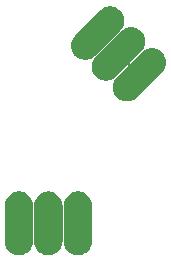
<source format=gbr>
G04 #@! TF.GenerationSoftware,KiCad,Pcbnew,(2017-05-31 revision c0bb8a30c)-makepkg*
G04 #@! TF.CreationDate,2017-07-13T16:12:39-05:00*
G04 #@! TF.ProjectId,45 Neo,3435204E656F2E6B696361645F706362,rev?*
G04 #@! TF.FileFunction,Soldermask,Bot*
G04 #@! TF.FilePolarity,Negative*
%FSLAX46Y46*%
G04 Gerber Fmt 4.6, Leading zero omitted, Abs format (unit mm)*
G04 Created by KiCad (PCBNEW (2017-05-31 revision c0bb8a30c)-makepkg) date 07/13/17 16:12:39*
%MOMM*%
%LPD*%
G01*
G04 APERTURE LIST*
%ADD10C,0.100000*%
%ADD11C,2.400000*%
G04 APERTURE END LIST*
D10*
G36*
X105350210Y9962347D02*
X105466697Y9945067D01*
X105580931Y9916453D01*
X105691809Y9876780D01*
X105798265Y9826431D01*
X105899273Y9765889D01*
X105993861Y9695738D01*
X106081117Y9616653D01*
X106081119Y9616651D01*
X106160204Y9529395D01*
X106230355Y9434807D01*
X106290897Y9333799D01*
X106341246Y9227343D01*
X106380919Y9116465D01*
X106409533Y9002231D01*
X106426813Y8885744D01*
X106432591Y8768123D01*
X106426813Y8650502D01*
X106409533Y8534015D01*
X106380919Y8419781D01*
X106341246Y8308903D01*
X106290897Y8202447D01*
X106230355Y8101439D01*
X106160204Y8006851D01*
X106081119Y7919595D01*
X103959799Y5798275D01*
X103872543Y5719190D01*
X103777955Y5649039D01*
X103676947Y5588497D01*
X103570491Y5538148D01*
X103459613Y5498475D01*
X103345379Y5469861D01*
X103228892Y5452581D01*
X103111271Y5446803D01*
X102993650Y5452581D01*
X102877163Y5469861D01*
X102762929Y5498475D01*
X102652051Y5538148D01*
X102545595Y5588497D01*
X102444587Y5649039D01*
X102349999Y5719190D01*
X102262743Y5798275D01*
X102262741Y5798277D01*
X102183656Y5885533D01*
X102113505Y5980121D01*
X102052963Y6081129D01*
X102002614Y6187585D01*
X101962941Y6298463D01*
X101934327Y6412697D01*
X101917047Y6529184D01*
X101911269Y6646805D01*
X101917047Y6764426D01*
X101934327Y6880913D01*
X101962941Y6995147D01*
X102002614Y7106025D01*
X102052963Y7212481D01*
X102113505Y7313489D01*
X102183656Y7408077D01*
X102262741Y7495333D01*
X104384061Y9616653D01*
X104471317Y9695738D01*
X104565905Y9765889D01*
X104666913Y9826431D01*
X104773369Y9876780D01*
X104884247Y9916453D01*
X104998481Y9945067D01*
X105114968Y9962347D01*
X105232589Y9968125D01*
X105350210Y9962347D01*
X105350210Y9962347D01*
G37*
D11*
X104171930Y7707464D03*
D10*
G36*
X107117977Y8194580D02*
X107234464Y8177300D01*
X107348698Y8148686D01*
X107459576Y8109013D01*
X107566032Y8058664D01*
X107667040Y7998122D01*
X107761628Y7927971D01*
X107848884Y7848886D01*
X107848886Y7848884D01*
X107927971Y7761628D01*
X107998122Y7667040D01*
X108058664Y7566032D01*
X108109013Y7459576D01*
X108148686Y7348698D01*
X108177300Y7234464D01*
X108194580Y7117977D01*
X108200358Y7000356D01*
X108194580Y6882735D01*
X108177300Y6766248D01*
X108148686Y6652014D01*
X108109013Y6541136D01*
X108058664Y6434680D01*
X107998122Y6333672D01*
X107927971Y6239084D01*
X107848886Y6151828D01*
X105727566Y4030508D01*
X105640310Y3951423D01*
X105545722Y3881272D01*
X105444714Y3820730D01*
X105338258Y3770381D01*
X105227380Y3730708D01*
X105113146Y3702094D01*
X104996659Y3684814D01*
X104879038Y3679036D01*
X104761417Y3684814D01*
X104644930Y3702094D01*
X104530696Y3730708D01*
X104419818Y3770381D01*
X104313362Y3820730D01*
X104212354Y3881272D01*
X104117766Y3951423D01*
X104030510Y4030508D01*
X104030508Y4030510D01*
X103951423Y4117766D01*
X103881272Y4212354D01*
X103820730Y4313362D01*
X103770381Y4419818D01*
X103730708Y4530696D01*
X103702094Y4644930D01*
X103684814Y4761417D01*
X103679036Y4879038D01*
X103684814Y4996659D01*
X103702094Y5113146D01*
X103730708Y5227380D01*
X103770381Y5338258D01*
X103820730Y5444714D01*
X103881272Y5545722D01*
X103951423Y5640310D01*
X104030508Y5727566D01*
X106151828Y7848886D01*
X106239084Y7927971D01*
X106333672Y7998122D01*
X106434680Y8058664D01*
X106541136Y8109013D01*
X106652014Y8148686D01*
X106766248Y8177300D01*
X106882735Y8194580D01*
X107000356Y8200358D01*
X107117977Y8194580D01*
X107117977Y8194580D01*
G37*
D11*
X105939697Y5939697D03*
D10*
G36*
X108885744Y6426813D02*
X109002231Y6409533D01*
X109116465Y6380919D01*
X109227343Y6341246D01*
X109333799Y6290897D01*
X109434807Y6230355D01*
X109529395Y6160204D01*
X109616651Y6081119D01*
X109616653Y6081117D01*
X109695738Y5993861D01*
X109765889Y5899273D01*
X109826431Y5798265D01*
X109876780Y5691809D01*
X109916453Y5580931D01*
X109945067Y5466697D01*
X109962347Y5350210D01*
X109968125Y5232589D01*
X109962347Y5114968D01*
X109945067Y4998481D01*
X109916453Y4884247D01*
X109876780Y4773369D01*
X109826431Y4666913D01*
X109765889Y4565905D01*
X109695738Y4471317D01*
X109616653Y4384061D01*
X107495333Y2262741D01*
X107408077Y2183656D01*
X107313489Y2113505D01*
X107212481Y2052963D01*
X107106025Y2002614D01*
X106995147Y1962941D01*
X106880913Y1934327D01*
X106764426Y1917047D01*
X106646805Y1911269D01*
X106529184Y1917047D01*
X106412697Y1934327D01*
X106298463Y1962941D01*
X106187585Y2002614D01*
X106081129Y2052963D01*
X105980121Y2113505D01*
X105885533Y2183656D01*
X105798277Y2262741D01*
X105798275Y2262743D01*
X105719190Y2349999D01*
X105649039Y2444587D01*
X105588497Y2545595D01*
X105538148Y2652051D01*
X105498475Y2762929D01*
X105469861Y2877163D01*
X105452581Y2993650D01*
X105446803Y3111271D01*
X105452581Y3228892D01*
X105469861Y3345379D01*
X105498475Y3459613D01*
X105538148Y3570491D01*
X105588497Y3676947D01*
X105649039Y3777955D01*
X105719190Y3872543D01*
X105798275Y3959799D01*
X107919595Y6081119D01*
X108006851Y6160204D01*
X108101439Y6230355D01*
X108202447Y6290897D01*
X108308903Y6341246D01*
X108419781Y6380919D01*
X108534015Y6409533D01*
X108650502Y6426813D01*
X108768123Y6432591D01*
X108885744Y6426813D01*
X108885744Y6426813D01*
G37*
D11*
X107707464Y4171930D03*
D10*
G36*
X97617622Y-5705778D02*
X97734109Y-5723058D01*
X97848343Y-5751672D01*
X97959221Y-5791345D01*
X98065677Y-5841694D01*
X98166685Y-5902236D01*
X98261273Y-5972387D01*
X98348529Y-6051472D01*
X98427614Y-6138728D01*
X98497765Y-6233316D01*
X98558307Y-6334324D01*
X98608656Y-6440780D01*
X98648329Y-6551658D01*
X98676943Y-6665892D01*
X98694223Y-6782379D01*
X98700001Y-6900000D01*
X98700001Y-9900000D01*
X98694223Y-10017621D01*
X98676943Y-10134108D01*
X98648329Y-10248342D01*
X98608656Y-10359220D01*
X98558307Y-10465676D01*
X98497765Y-10566684D01*
X98427614Y-10661272D01*
X98348529Y-10748528D01*
X98261273Y-10827613D01*
X98166685Y-10897764D01*
X98065677Y-10958306D01*
X97959221Y-11008655D01*
X97848343Y-11048328D01*
X97734109Y-11076942D01*
X97617622Y-11094222D01*
X97500001Y-11100000D01*
X97499999Y-11100000D01*
X97382378Y-11094222D01*
X97265891Y-11076942D01*
X97151657Y-11048328D01*
X97040779Y-11008655D01*
X96934323Y-10958306D01*
X96833315Y-10897764D01*
X96738727Y-10827613D01*
X96651471Y-10748528D01*
X96572386Y-10661272D01*
X96502235Y-10566684D01*
X96441693Y-10465676D01*
X96391344Y-10359220D01*
X96351671Y-10248342D01*
X96323057Y-10134108D01*
X96305777Y-10017621D01*
X96299999Y-9900000D01*
X96299999Y-6900000D01*
X96305777Y-6782379D01*
X96323057Y-6665892D01*
X96351671Y-6551658D01*
X96391344Y-6440780D01*
X96441693Y-6334324D01*
X96502235Y-6233316D01*
X96572386Y-6138728D01*
X96651471Y-6051472D01*
X96738727Y-5972387D01*
X96833315Y-5902236D01*
X96934323Y-5841694D01*
X97040779Y-5791345D01*
X97151657Y-5751672D01*
X97265891Y-5723058D01*
X97382378Y-5705778D01*
X97499999Y-5700000D01*
X97500001Y-5700000D01*
X97617622Y-5705778D01*
X97617622Y-5705778D01*
G37*
D11*
X97500000Y-8400000D03*
D10*
G36*
X100117622Y-5705778D02*
X100234109Y-5723058D01*
X100348343Y-5751672D01*
X100459221Y-5791345D01*
X100565677Y-5841694D01*
X100666685Y-5902236D01*
X100761273Y-5972387D01*
X100848529Y-6051472D01*
X100927614Y-6138728D01*
X100997765Y-6233316D01*
X101058307Y-6334324D01*
X101108656Y-6440780D01*
X101148329Y-6551658D01*
X101176943Y-6665892D01*
X101194223Y-6782379D01*
X101200001Y-6900000D01*
X101200001Y-9900000D01*
X101194223Y-10017621D01*
X101176943Y-10134108D01*
X101148329Y-10248342D01*
X101108656Y-10359220D01*
X101058307Y-10465676D01*
X100997765Y-10566684D01*
X100927614Y-10661272D01*
X100848529Y-10748528D01*
X100761273Y-10827613D01*
X100666685Y-10897764D01*
X100565677Y-10958306D01*
X100459221Y-11008655D01*
X100348343Y-11048328D01*
X100234109Y-11076942D01*
X100117622Y-11094222D01*
X100000001Y-11100000D01*
X99999999Y-11100000D01*
X99882378Y-11094222D01*
X99765891Y-11076942D01*
X99651657Y-11048328D01*
X99540779Y-11008655D01*
X99434323Y-10958306D01*
X99333315Y-10897764D01*
X99238727Y-10827613D01*
X99151471Y-10748528D01*
X99072386Y-10661272D01*
X99002235Y-10566684D01*
X98941693Y-10465676D01*
X98891344Y-10359220D01*
X98851671Y-10248342D01*
X98823057Y-10134108D01*
X98805777Y-10017621D01*
X98799999Y-9900000D01*
X98799999Y-6900000D01*
X98805777Y-6782379D01*
X98823057Y-6665892D01*
X98851671Y-6551658D01*
X98891344Y-6440780D01*
X98941693Y-6334324D01*
X99002235Y-6233316D01*
X99072386Y-6138728D01*
X99151471Y-6051472D01*
X99238727Y-5972387D01*
X99333315Y-5902236D01*
X99434323Y-5841694D01*
X99540779Y-5791345D01*
X99651657Y-5751672D01*
X99765891Y-5723058D01*
X99882378Y-5705778D01*
X99999999Y-5700000D01*
X100000001Y-5700000D01*
X100117622Y-5705778D01*
X100117622Y-5705778D01*
G37*
D11*
X100000000Y-8400000D03*
D10*
G36*
X102617622Y-5705778D02*
X102734109Y-5723058D01*
X102848343Y-5751672D01*
X102959221Y-5791345D01*
X103065677Y-5841694D01*
X103166685Y-5902236D01*
X103261273Y-5972387D01*
X103348529Y-6051472D01*
X103427614Y-6138728D01*
X103497765Y-6233316D01*
X103558307Y-6334324D01*
X103608656Y-6440780D01*
X103648329Y-6551658D01*
X103676943Y-6665892D01*
X103694223Y-6782379D01*
X103700001Y-6900000D01*
X103700001Y-9900000D01*
X103694223Y-10017621D01*
X103676943Y-10134108D01*
X103648329Y-10248342D01*
X103608656Y-10359220D01*
X103558307Y-10465676D01*
X103497765Y-10566684D01*
X103427614Y-10661272D01*
X103348529Y-10748528D01*
X103261273Y-10827613D01*
X103166685Y-10897764D01*
X103065677Y-10958306D01*
X102959221Y-11008655D01*
X102848343Y-11048328D01*
X102734109Y-11076942D01*
X102617622Y-11094222D01*
X102500001Y-11100000D01*
X102499999Y-11100000D01*
X102382378Y-11094222D01*
X102265891Y-11076942D01*
X102151657Y-11048328D01*
X102040779Y-11008655D01*
X101934323Y-10958306D01*
X101833315Y-10897764D01*
X101738727Y-10827613D01*
X101651471Y-10748528D01*
X101572386Y-10661272D01*
X101502235Y-10566684D01*
X101441693Y-10465676D01*
X101391344Y-10359220D01*
X101351671Y-10248342D01*
X101323057Y-10134108D01*
X101305777Y-10017621D01*
X101299999Y-9900000D01*
X101299999Y-6900000D01*
X101305777Y-6782379D01*
X101323057Y-6665892D01*
X101351671Y-6551658D01*
X101391344Y-6440780D01*
X101441693Y-6334324D01*
X101502235Y-6233316D01*
X101572386Y-6138728D01*
X101651471Y-6051472D01*
X101738727Y-5972387D01*
X101833315Y-5902236D01*
X101934323Y-5841694D01*
X102040779Y-5791345D01*
X102151657Y-5751672D01*
X102265891Y-5723058D01*
X102382378Y-5705778D01*
X102499999Y-5700000D01*
X102500001Y-5700000D01*
X102617622Y-5705778D01*
X102617622Y-5705778D01*
G37*
D11*
X102500000Y-8400000D03*
M02*

</source>
